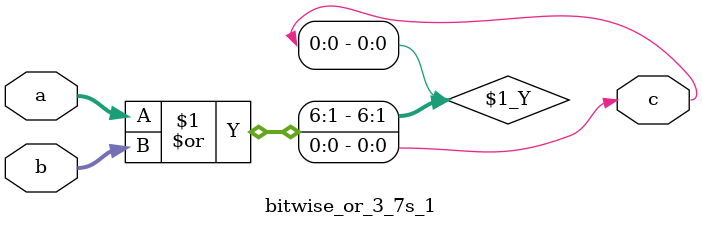
<source format=v>
module bitwise_or_3_7s_1(a, b, c);
  input [2:0] a;
  input signed [6:0] b;
  output c;
  assign c = a | b;
endmodule

</source>
